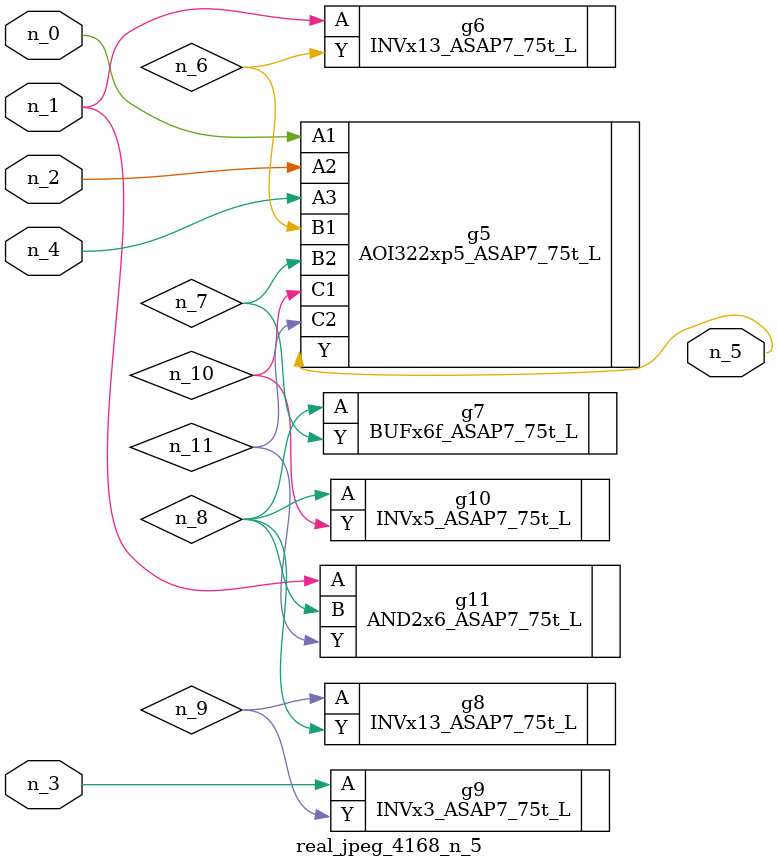
<source format=v>
module real_jpeg_4168_n_5 (n_4, n_0, n_1, n_2, n_3, n_5);

input n_4;
input n_0;
input n_1;
input n_2;
input n_3;

output n_5;

wire n_8;
wire n_11;
wire n_6;
wire n_7;
wire n_10;
wire n_9;

AOI322xp5_ASAP7_75t_L g5 ( 
.A1(n_0),
.A2(n_2),
.A3(n_4),
.B1(n_6),
.B2(n_7),
.C1(n_10),
.C2(n_11),
.Y(n_5)
);

INVx13_ASAP7_75t_L g6 ( 
.A(n_1),
.Y(n_6)
);

AND2x6_ASAP7_75t_L g11 ( 
.A(n_1),
.B(n_8),
.Y(n_11)
);

INVx3_ASAP7_75t_L g9 ( 
.A(n_3),
.Y(n_9)
);

BUFx6f_ASAP7_75t_L g7 ( 
.A(n_8),
.Y(n_7)
);

INVx5_ASAP7_75t_L g10 ( 
.A(n_8),
.Y(n_10)
);

INVx13_ASAP7_75t_L g8 ( 
.A(n_9),
.Y(n_8)
);


endmodule
</source>
